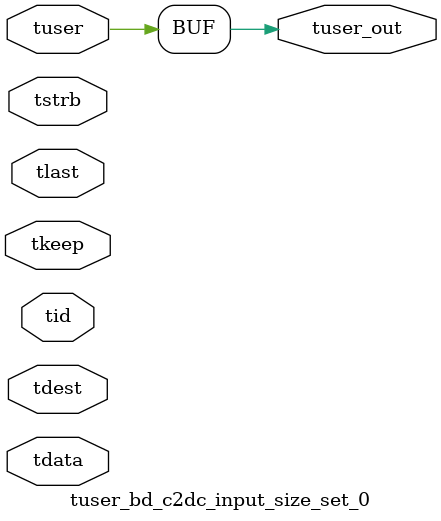
<source format=v>


`timescale 1ps/1ps

module tuser_bd_c2dc_input_size_set_0 #
(
parameter C_S_AXIS_TUSER_WIDTH = 1,
parameter C_S_AXIS_TDATA_WIDTH = 32,
parameter C_S_AXIS_TID_WIDTH   = 0,
parameter C_S_AXIS_TDEST_WIDTH = 0,
parameter C_M_AXIS_TUSER_WIDTH = 1
)
(
input  [(C_S_AXIS_TUSER_WIDTH == 0 ? 1 : C_S_AXIS_TUSER_WIDTH)-1:0     ] tuser,
input  [(C_S_AXIS_TDATA_WIDTH == 0 ? 1 : C_S_AXIS_TDATA_WIDTH)-1:0     ] tdata,
input  [(C_S_AXIS_TID_WIDTH   == 0 ? 1 : C_S_AXIS_TID_WIDTH)-1:0       ] tid,
input  [(C_S_AXIS_TDEST_WIDTH == 0 ? 1 : C_S_AXIS_TDEST_WIDTH)-1:0     ] tdest,
input  [(C_S_AXIS_TDATA_WIDTH/8)-1:0 ] tkeep,
input  [(C_S_AXIS_TDATA_WIDTH/8)-1:0 ] tstrb,
input                                                                    tlast,
output [C_M_AXIS_TUSER_WIDTH-1:0] tuser_out
);

assign tuser_out = {tuser[0:0]};

endmodule


</source>
